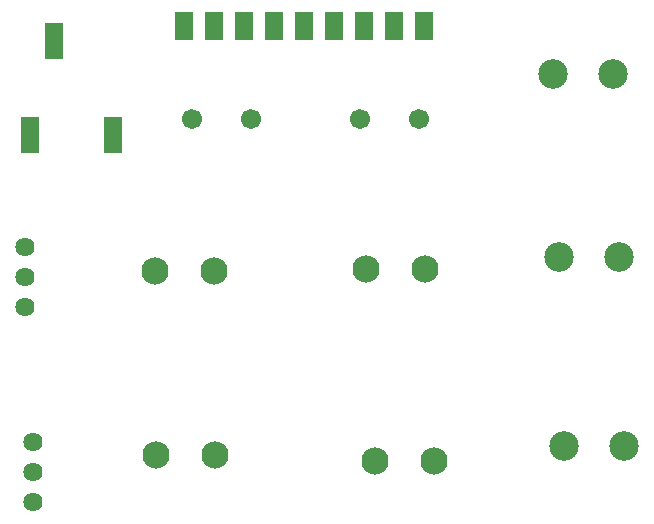
<source format=gts>
G04 Layer: TopSolderMaskLayer*
G04 EasyEDA v6.5.22, 2022-11-10 10:58:02*
G04 6b3d640ebf974b0b8646ff979dfa74d8,4d8ab2db40884aeb91e54047068f32cb,10*
G04 Gerber Generator version 0.2*
G04 Scale: 100 percent, Rotated: No, Reflected: No *
G04 Dimensions in inches *
G04 leading zeros omitted , absolute positions ,3 integer and 6 decimal *
%FSLAX36Y36*%
%MOIN*%

%AMMACRO1*1,1,$1,$2,$3*1,1,$1,$4,$5*1,1,$1,0-$2,0-$3*1,1,$1,0-$4,0-$5*20,1,$1,$2,$3,$4,$5,0*20,1,$1,$4,$5,0-$2,0-$3,0*20,1,$1,0-$2,0-$3,0-$4,0-$5,0*20,1,$1,0-$4,0-$5,$2,$3,0*4,1,4,$2,$3,$4,$5,0-$2,0-$3,0-$4,0-$5,$2,$3,0*%
%ADD10C,0.0670*%
%ADD11C,0.0906*%
%ADD12C,0.0985*%
%ADD13C,0.0640*%
%ADD14MACRO1,0.004X-0.0295X-0.0461X-0.0295X0.0461*%
%ADD15MACRO1,0.004X-0.0295X-0.0591X-0.0295X0.0591*%

%LPD*%
D10*
G01*
X1666580Y1005000D03*
G01*
X1863429Y1005000D03*
G01*
X2226580Y1005000D03*
G01*
X2423429Y1005000D03*
D11*
G01*
X2276580Y-135000D03*
G01*
X2473429Y-135000D03*
G01*
X2246580Y505000D03*
G01*
X2443429Y505000D03*
G01*
X1546580Y-115000D03*
G01*
X1743429Y-115000D03*
G01*
X1541580Y500000D03*
G01*
X1738419Y500000D03*
D12*
G01*
X2890000Y545000D03*
G01*
X3090000Y545000D03*
G01*
X2905000Y-85000D03*
G01*
X3105000Y-85000D03*
G01*
X2870000Y1155000D03*
G01*
X3070000Y1155000D03*
D13*
G01*
X1135000Y-170000D03*
G01*
X1135000Y-70000D03*
G01*
X1135000Y-270000D03*
G01*
X1110000Y480000D03*
G01*
X1110000Y580000D03*
G01*
X1110000Y380000D03*
D14*
G01*
X1640000Y1315000D03*
G01*
X1740000Y1315000D03*
G01*
X1840000Y1315000D03*
G01*
X1940000Y1315000D03*
G01*
X2040000Y1315000D03*
G01*
X2140000Y1315000D03*
G01*
X2240000Y1315000D03*
G01*
X2340000Y1315000D03*
G01*
X2440000Y1315000D03*
D15*
G01*
X1402794Y952519D03*
G01*
X1205945Y1267480D03*
G01*
X1127205Y952519D03*
M02*

</source>
